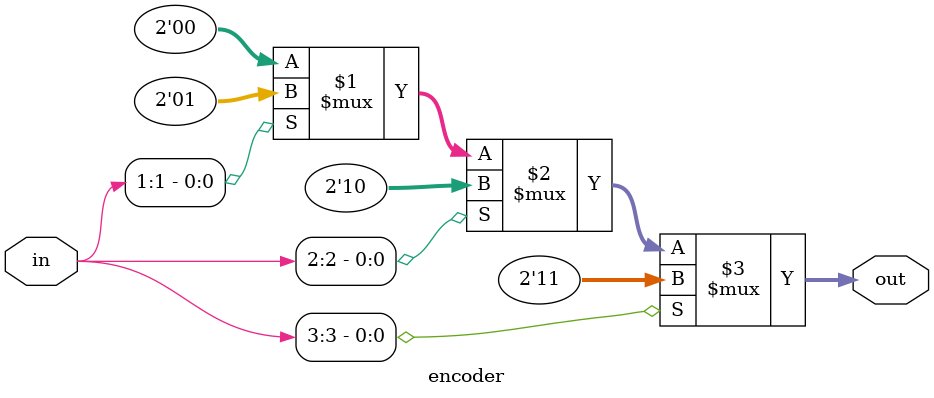
<source format=v>
module encoder(
  input [3:0] in, 
  output [1:0] out
);
  assign out = in[3] ? 2'b11 :
               in[2] ? 2'b10 :
               in[1] ? 2'b01 : 2'b00;

endmodule

</source>
